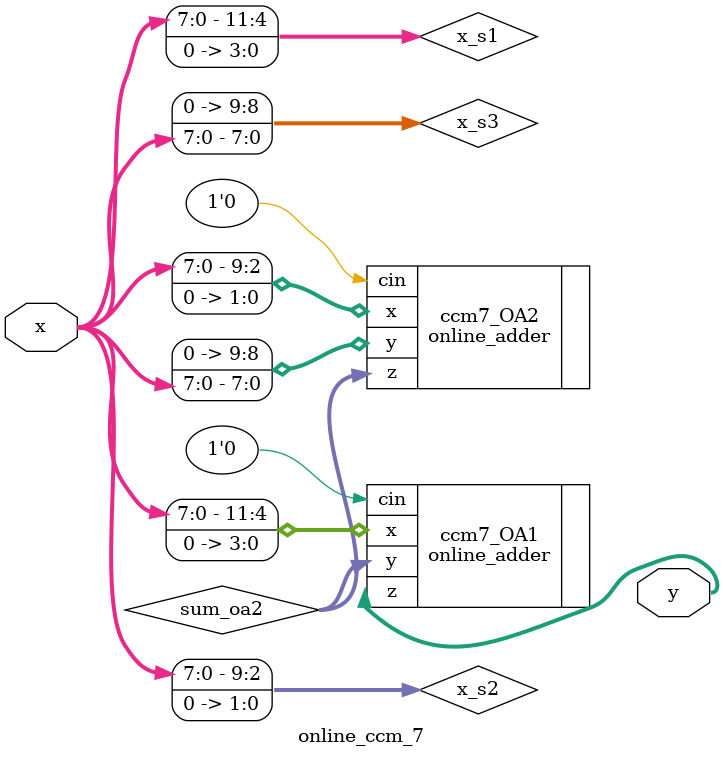
<source format=v>
`timescale 1ns / 1ps
module online_ccm_7(x,y);
parameter Stage = 4;

localparam s1 = 2;
localparam s2 = 1;

localparam WL 		= 2*Stage;
localparam WL_oa1	= 2*(Stage+s1);		//WL of OA inputs
localparam WL_oa2 = 2*(Stage+s2);
localparam WL_s2	= 2*(Stage+s2);

localparam WL_out = 2*(Stage+s1+1);

	input [WL-1:0] x;
	output[WL_out-1:0] y;
	
	wire [WL_oa1-1:0] x_s1;
	wire [WL_oa2-1:0] x_s2, x_s3;
	
	wire [WL_oa2+1:0] sum_oa2;
	
	assign x_s1[WL_oa1-1:WL_oa1-WL]	= x;
	assign x_s1[WL_oa1-WL-1:0]			= 'b0;
	
	assign x_s2[WL_s2-1:WL_s2-WL]	= x;
	assign x_s2[WL_s2-WL-1:0]		= 'b0;
	
	assign x_s3[WL_s2-1:WL] 	= 'b0;
	assign x_s3[WL-1:0]			= x;
	
	
	//---- Connect All Adders ----//
	online_adder #(Stage+s2) ccm7_OA2(.x(x_s2),.y(x_s3),.cin(1'b0),.z(sum_oa2));
	online_adder #(Stage+s1) ccm7_OA1(.x(x_s1),.y(sum_oa2),.cin(1'b0),.z(y));

endmodule

</source>
